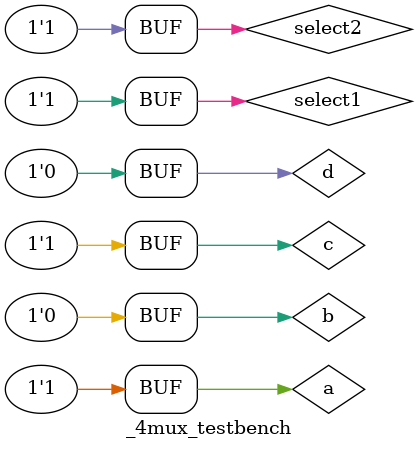
<source format=v>
`define DELAY 20
module _4mux_testbench(); 
reg a, b,c,d ,select1,select2;
wire out;

_4mux mymux (out, a, b,c,d ,select1,select2);

initial begin
a = 1'b0; b = 1'b1; c = 1'b1; d = 1'b0; select1 = 1'b0; select2 = 1'b0;
#`DELAY;
a = 1'b0; b = 1'b1; c = 1'b1; d = 1'b0; select1 = 1'b0; select2 = 1'b1;
#`DELAY;
a = 1'b0; b = 1'b1; c = 1'b1; d = 1'b0; select1 = 1'b1; select2 = 1'b0;
#`DELAY;
a = 1'b0; b = 1'b1; c = 1'b1; d = 1'b0; select1 = 1'b1; select2 = 1'b1;
#`DELAY;
a = 1'b1; b = 1'b0; c = 1'b1; d = 1'b0; select1 = 1'b0; select2 = 1'b0;
#`DELAY;
a = 1'b1; b = 1'b0; c = 1'b1; d = 1'b0; select1 = 1'b0; select2 = 1'b1;
#`DELAY;
a = 1'b1; b = 1'b0; c = 1'b1; d = 1'b0; select1 = 1'b1; select2 = 1'b0;
#`DELAY;
a = 1'b1; b = 1'b0; c = 1'b1; d = 1'b0; select1 = 1'b1; select2 = 1'b1;
end
 
 
initial
begin
$monitor("time = %2d, a =%1b, b=%1b,c=%1b,d=%1b,  out=%1b, select1=%1b , select2=%1b", $time, a, b,c,d, out,  select1,select2);
end
 
endmodule
</source>
